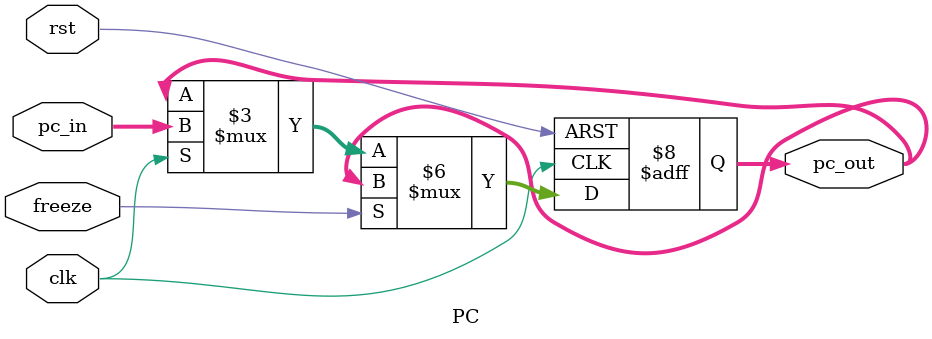
<source format=v>
module PC (
  input clk, rst, freeze,
  input [31:0] pc_in,
  output reg [31:0] pc_out
);

  always @(posedge clk, posedge rst) begin
    if (rst)          pc_out <= 32'b0;
    else if (freeze)  pc_out <= pc_out;
    else if (clk)     pc_out <= pc_in;
    else              pc_out <= pc_out;
  end

endmodule

</source>
